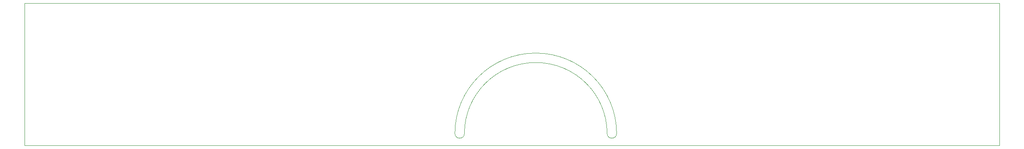
<source format=gm1>
G04 #@! TF.GenerationSoftware,KiCad,Pcbnew,8.0.4*
G04 #@! TF.CreationDate,2024-07-25T21:49:06+08:00*
G04 #@! TF.ProjectId,epd-pcb-ruler,6570642d-7063-4622-9d72-756c65722e6b,rev?*
G04 #@! TF.SameCoordinates,Original*
G04 #@! TF.FileFunction,Profile,NP*
%FSLAX46Y46*%
G04 Gerber Fmt 4.6, Leading zero omitted, Abs format (unit mm)*
G04 Created by KiCad (PCBNEW 8.0.4) date 2024-07-25 21:49:06*
%MOMM*%
%LPD*%
G01*
G04 APERTURE LIST*
G04 #@! TA.AperFunction,Profile*
%ADD10C,0.050000*%
G04 #@! TD*
G04 APERTURE END LIST*
D10*
X127060000Y-111320000D02*
G75*
G02*
X161060000Y-111320000I17000000J0D01*
G01*
X129060000Y-111320000D02*
G75*
G02*
X159060000Y-111320000I15000000J0D01*
G01*
X36560000Y-83820000D02*
X241560000Y-83820000D01*
X241560000Y-113820000D01*
X36560000Y-113820000D01*
X36560000Y-83820000D01*
X161060000Y-111320000D02*
G75*
G02*
X159060000Y-111320000I-1000000J0D01*
G01*
X129060000Y-111320000D02*
G75*
G02*
X127060000Y-111320000I-1000000J0D01*
G01*
M02*

</source>
